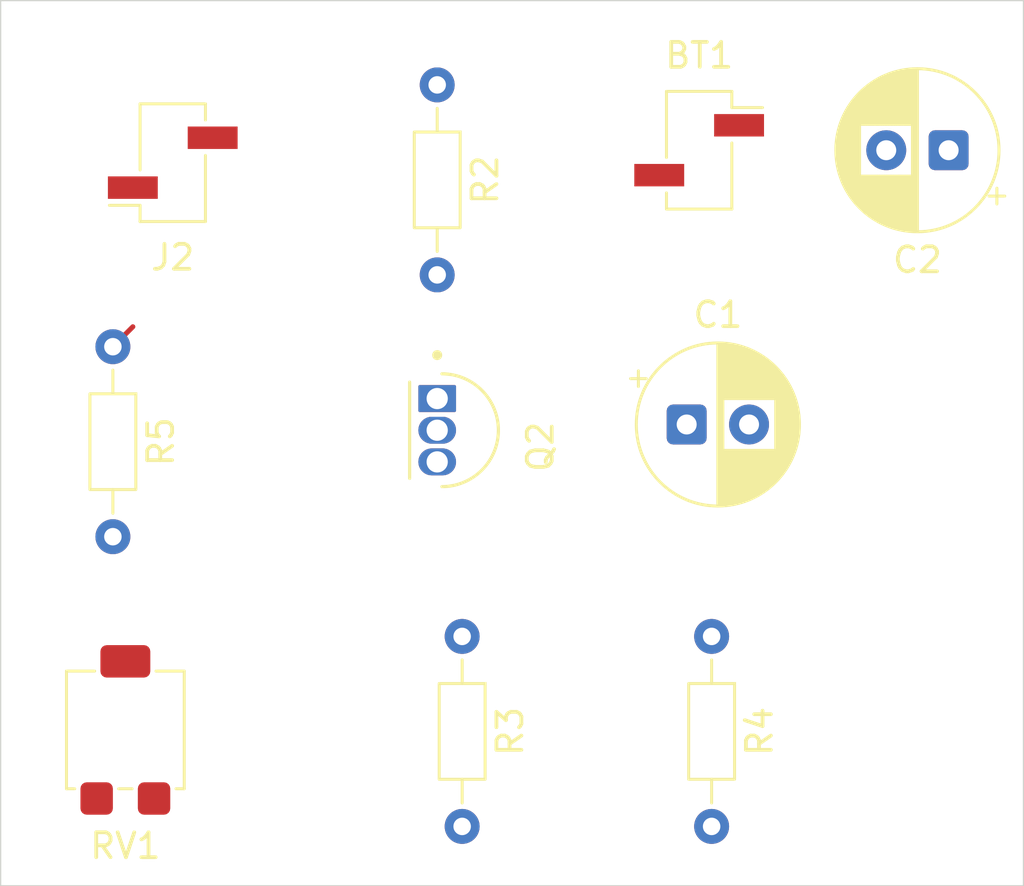
<source format=kicad_pcb>
(kicad_pcb (version 20241229) (generator "pcbnew") (generator_version "9.0")
  (layers (0 "F.Cu" signal) (2 "B.Cu" signal) (13 "F.Paste" user) (15 "B.Paste" user) (5 "F.SilkS" user "F.Silkscreen") (7 "B.SilkS" user "B.Silkscreen") (1 "F.Mask" user) (3 "B.Mask" user) (25 "Edge.Cuts" user))
  (net 0 "")
  (net 1 "Net-(C1-Pad2)")
  (net 2 "Net-(C1-Pad1)")
  (net 3 "Net-(BT1-+)")
  (net 4 "GND")
  (net 5 "Net-(J2-Pin_1)")
  (net 6 "Net-(Q2-Pad3)")
  (net 7 "Net-(R5-Pad2)")
  (footprint "Connector_PinSocket_2.00mm:PinSocket_1x02_P2.00mm_Vertical_SMD_Pin1Right" (layer "F.Cu") (at 119.5 42.5)
    (property "Reference" "BT1" (at 0 -3.8 0) (layer "F.SilkS"))
    (property "Value" "Battery_Cell")
    (fp_line (start -1.31 -2.36) (end -1.31 0.29) (stroke (width 0.12)) (layer "F.SilkS"))
    (fp_line (start -1.31 -2.36) (end 1.31 -2.36) (stroke (width 0.12)) (layer "F.SilkS"))
    (fp_line (start -1.31 1.71) (end -1.31 2.36) (stroke (width 0.12)) (layer "F.SilkS"))
    (fp_line (start -1.31 2.36) (end 1.31 2.36) (stroke (width 0.12)) (layer "F.SilkS"))
    (fp_line (start 1.31 -2.36) (end 1.31 -1.71) (stroke (width 0.12)) (layer "F.SilkS"))
    (fp_line (start 1.31 -1.71) (end 2.54 -1.71) (stroke (width 0.12)) (layer "F.SilkS"))
    (fp_line (start 1.31 -0.29) (end 1.31 2.36) (stroke (width 0.12)) (layer "F.SilkS"))
    (pad "1" smd rect (at 1.6 -1) (size 2 0.9) (layers "F.Cu" "F.Mask" "F.Paste") (net 3 "Net-(BT1-+)"))
    (pad "2" smd rect (at -1.6 1) (size 2 0.9) (layers "F.Cu" "F.Mask" "F.Paste") (net 4 "GND"))
  )
  (footprint "Connector_PinSocket_2.00mm:PinSocket_1x02_P2.00mm_Vertical_SMD_Pin1Right" (layer "F.Cu") (at 98.4 43 180)
    (property "Reference" "J2" (at 0 -3.8 0) (layer "F.SilkS"))
    (property "Value" "Conn_01x02_Pin")
    (fp_line (start 1.31 -0.29) (end 1.31 2.36) (stroke (width 0.12)) (layer "F.SilkS"))
    (fp_line (start 1.31 -1.71) (end 2.54 -1.71) (stroke (width 0.12)) (layer "F.SilkS"))
    (fp_line (start 1.31 -2.36) (end 1.31 -1.71) (stroke (width 0.12)) (layer "F.SilkS"))
    (fp_line (start -1.31 2.36) (end 1.31 2.36) (stroke (width 0.12)) (layer "F.SilkS"))
    (fp_line (start -1.31 1.71) (end -1.31 2.36) (stroke (width 0.12)) (layer "F.SilkS"))
    (fp_line (start -1.31 -2.36) (end 1.31 -2.36) (stroke (width 0.12)) (layer "F.SilkS"))
    (fp_line (start -1.31 -2.36) (end -1.31 0.29) (stroke (width 0.12)) (layer "F.SilkS"))
    (pad "1" smd rect (at 1.6 -1 180) (size 2 0.9) (layers "F.Cu" "F.Mask" "F.Paste") (net 5 "Net-(J2-Pin_1)"))
    (pad "2" smd rect (at -1.6 1 180) (size 2 0.9) (layers "F.Cu" "F.Mask" "F.Paste") (net 4 "GND"))
  )
  (footprint "Resistor_THT:R_Axial_DIN0204_L3.6mm_D1.6mm_P7.62mm_Horizontal" (layer "F.Cu") (at 109 39.88 -90)
    (property "Reference" "R2" (at 3.81 -1.92 270) (layer "F.SilkS"))
    (property "Value" "1.5k")
    (fp_line (start 0.94 0) (end 1.89 0) (stroke (width 0.12)) (layer "F.SilkS"))
    (fp_line (start 6.68 0) (end 5.73 0) (stroke (width 0.12)) (layer "F.SilkS"))
    (fp_rect (start 1.89 -0.92) (end 5.73 0.92) (stroke (width 0.12)) (fill no) (layer "F.SilkS"))
    (pad "1" thru_hole circle (at 0 0 270) (size 1.4 1.4) (drill 0.7) (layers "*.Cu" "*.Mask") (net 3 "Net-(BT1-+)"))
    (pad "2" thru_hole circle (at 7.62 0 270) (size 1.4 1.4) (drill 0.7) (layers "*.Cu" "*.Mask") (net 2 "Net-(C1-Pad1)"))
  )
  (footprint "Potentiometer_SMD:Potentiometer_Bourns_3314G_Vertical" (layer "F.Cu") (at 96.5 65.75 180)
    (property "Reference" "RV1" (at 0 -4.65 0) (layer "F.SilkS"))
    (property "Value" "R_Pot 3M")
    (fp_line (start 2.36 -2.36) (end 2.36 2.36) (stroke (width 0.12)) (layer "F.SilkS"))
    (fp_line (start 2.03 -2.36) (end 2.36 -2.36) (stroke (width 0.12)) (layer "F.SilkS"))
    (fp_line (start 1.23 2.36) (end 2.36 2.36) (stroke (width 0.12)) (layer "F.SilkS"))
    (fp_line (start -0.27 -2.36) (end 0.27 -2.36) (stroke (width 0.12)) (layer "F.SilkS"))
    (fp_line (start -2.36 2.36) (end -1.23 2.36) (stroke (width 0.12)) (layer "F.SilkS"))
    (fp_line (start -2.36 -2.36) (end -2.03 -2.36) (stroke (width 0.12)) (layer "F.SilkS"))
    (fp_line (start -2.36 -2.36) (end -2.36 2.36) (stroke (width 0.12)) (layer "F.SilkS"))
    (pad "1" smd roundrect (at 1.15 -2.75 180) (size 1.3 1.3) (layers "F.Cu" "F.Mask" "F.Paste") (roundrect_rratio 0.192308))
    (pad "2" smd roundrect (at 0 2.75 180) (size 2 1.3) (layers "F.Cu" "F.Mask" "F.Paste") (roundrect_rratio 0.192308) (net 7 "Net-(R5-Pad2)"))
    (pad "3" smd roundrect (at -1.15 -2.75 180) (size 1.3 1.3) (layers "F.Cu" "F.Mask" "F.Paste") (roundrect_rratio 0.192308) (net 4 "GND"))
  )
  (footprint "Resistor_THT:R_Axial_DIN0204_L3.6mm_D1.6mm_P7.62mm_Horizontal" (layer "F.Cu") (at 96 50.38 -90)
    (property "Reference" "R5" (at 3.81 -1.92 270) (layer "F.SilkS"))
    (property "Value" "100K")
    (fp_line (start 0.94 0) (end 1.89 0) (stroke (width 0.12)) (layer "F.SilkS"))
    (fp_line (start 6.68 0) (end 5.73 0) (stroke (width 0.12)) (layer "F.SilkS"))
    (fp_rect (start 1.89 -0.92) (end 5.73 0.92) (stroke (width 0.12)) (fill no) (layer "F.SilkS"))
    (pad "1" thru_hole circle (at 0 0 270) (size 1.4 1.4) (drill 0.7) (layers "*.Cu" "*.Mask") (net 5 "Net-(J2-Pin_1)"))
    (pad "2" thru_hole circle (at 7.62 0 270) (size 1.4 1.4) (drill 0.7) (layers "*.Cu" "*.Mask") (net 7 "Net-(R5-Pad2)"))
  )
  (footprint "Resistor_THT:R_Axial_DIN0204_L3.6mm_D1.6mm_P7.62mm_Horizontal" (layer "F.Cu") (at 120 62 -90)
    (property "Reference" "R4" (at 3.81 -1.92 270) (layer "F.SilkS"))
    (property "Value" "220k")
    (fp_line (start 0.94 0) (end 1.89 0) (stroke (width 0.12)) (layer "F.SilkS"))
    (fp_line (start 6.68 0) (end 5.73 0) (stroke (width 0.12)) (layer "F.SilkS"))
    (fp_rect (start 1.89 -0.92) (end 5.73 0.92) (stroke (width 0.12)) (fill no) (layer "F.SilkS"))
    (pad "1" thru_hole circle (at 0 0 270) (size 1.4 1.4) (drill 0.7) (layers "*.Cu" "*.Mask") (net 1 "Net-(C1-Pad2)"))
    (pad "2" thru_hole circle (at 7.62 0 270) (size 1.4 1.4) (drill 0.7) (layers "*.Cu" "*.Mask") (net 4 "GND"))
  )
  (footprint "Capacitor_THT:CP_Radial_D6.3mm_P2.50mm" (layer "F.Cu") (at 119 53.5)
    (property "Reference" "C1" (at 1.25 -4.4 0) (layer "F.SilkS"))
    (property "Value" "4.7uf")
    (fp_line (start -2.250241 -1.839) (end -1.620241 -1.839) (stroke (width 0.12)) (layer "F.SilkS"))
    (fp_line (start -1.935241 -2.154) (end -1.935241 -1.524) (stroke (width 0.12)) (layer "F.SilkS"))
    (fp_line (start 1.25 -3.23) (end 1.25 3.23) (stroke (width 0.12)) (layer "F.SilkS"))
    (fp_line (start 1.29 -3.23) (end 1.29 3.23) (stroke (width 0.12)) (layer "F.SilkS"))
    (fp_line (start 1.33 -3.229) (end 1.33 3.229) (stroke (width 0.12)) (layer "F.SilkS"))
    (fp_line (start 1.37 -3.228) (end 1.37 3.228) (stroke (width 0.12)) (layer "F.SilkS"))
    (fp_line (start 1.41 -3.226) (end 1.41 3.226) (stroke (width 0.12)) (layer "F.SilkS"))
    (fp_line (start 1.45 -3.224) (end 1.45 3.224) (stroke (width 0.12)) (layer "F.SilkS"))
    (fp_line (start 1.49 -3.221) (end 1.49 -1.04) (stroke (width 0.12)) (layer "F.SilkS"))
    (fp_line (start 1.49 1.04) (end 1.49 3.221) (stroke (width 0.12)) (layer "F.SilkS"))
    (fp_line (start 1.53 -3.218) (end 1.53 -1.04) (stroke (width 0.12)) (layer "F.SilkS"))
    (fp_line (start 1.53 1.04) (end 1.53 3.218) (stroke (width 0.12)) (layer "F.SilkS"))
    (fp_line (start 1.57 -3.214) (end 1.57 -1.04) (stroke (width 0.12)) (layer "F.SilkS"))
    (fp_line (start 1.57 1.04) (end 1.57 3.214) (stroke (width 0.12)) (layer "F.SilkS"))
    (fp_line (start 1.61 -3.21) (end 1.61 -1.04) (stroke (width 0.12)) (layer "F.SilkS"))
    (fp_line (start 1.61 1.04) (end 1.61 3.21) (stroke (width 0.12)) (layer "F.SilkS"))
    (fp_line (start 1.65 -3.205) (end 1.65 -1.04) (stroke (width 0.12)) (layer "F.SilkS"))
    (fp_line (start 1.65 1.04) (end 1.65 3.205) (stroke (width 0.12)) (layer "F.SilkS"))
    (fp_line (start 1.69 -3.2) (end 1.69 -1.04) (stroke (width 0.12)) (layer "F.SilkS"))
    (fp_line (start 1.69 1.04) (end 1.69 3.2) (stroke (width 0.12)) (layer "F.SilkS"))
    (fp_line (start 1.73 -3.195) (end 1.73 -1.04) (stroke (width 0.12)) (layer "F.SilkS"))
    (fp_line (start 1.73 1.04) (end 1.73 3.195) (stroke (width 0.12)) (layer "F.SilkS"))
    (fp_line (start 1.77 -3.188) (end 1.77 -1.04) (stroke (width 0.12)) (layer "F.SilkS"))
    (fp_line (start 1.77 1.04) (end 1.77 3.188) (stroke (width 0.12)) (layer "F.SilkS"))
    (fp_line (start 1.81 -3.182) (end 1.81 -1.04) (stroke (width 0.12)) (layer "F.SilkS"))
    (fp_line (start 1.81 1.04) (end 1.81 3.182) (stroke (width 0.12)) (layer "F.SilkS"))
    (fp_line (start 1.85 -3.174) (end 1.85 -1.04) (stroke (width 0.12)) (layer "F.SilkS"))
    (fp_line (start 1.85 1.04) (end 1.85 3.174) (stroke (width 0.12)) (layer "F.SilkS"))
    (fp_line (start 1.89 -3.167) (end 1.89 -1.04) (stroke (width 0.12)) (layer "F.SilkS"))
    (fp_line (start 1.89 1.04) (end 1.89 3.167) (stroke (width 0.12)) (layer "F.SilkS"))
    (fp_line (start 1.93 -3.159) (end 1.93 -1.04) (stroke (width 0.12)) (layer "F.SilkS"))
    (fp_line (start 1.93 1.04) (end 1.93 3.159) (stroke (width 0.12)) (layer "F.SilkS"))
    (fp_line (start 1.97 -3.15) (end 1.97 -1.04) (stroke (width 0.12)) (layer "F.SilkS"))
    (fp_line (start 1.97 1.04) (end 1.97 3.15) (stroke (width 0.12)) (layer "F.SilkS"))
    (fp_line (start 2.01 -3.14) (end 2.01 -1.04) (stroke (width 0.12)) (layer "F.SilkS"))
    (fp_line (start 2.01 1.04) (end 2.01 3.14) (stroke (width 0.12)) (layer "F.SilkS"))
    (fp_line (start 2.05 -3.131) (end 2.05 -1.04) (stroke (width 0.12)) (layer "F.SilkS"))
    (fp_line (start 2.05 1.04) (end 2.05 3.131) (stroke (width 0.12)) (layer "F.SilkS"))
    (fp_line (start 2.09 -3.12) (end 2.09 -1.04) (stroke (width 0.12)) (layer "F.SilkS"))
    (fp_line (start 2.09 1.04) (end 2.09 3.12) (stroke (width 0.12)) (layer "F.SilkS"))
    (fp_line (start 2.13 -3.109) (end 2.13 -1.04) (stroke (width 0.12)) (layer "F.SilkS"))
    (fp_line (start 2.13 1.04) (end 2.13 3.109) (stroke (width 0.12)) (layer "F.SilkS"))
    (fp_line (start 2.17 -3.098) (end 2.17 -1.04) (stroke (width 0.12)) (layer "F.SilkS"))
    (fp_line (start 2.17 1.04) (end 2.17 3.098) (stroke (width 0.12)) (layer "F.SilkS"))
    (fp_line (start 2.21 -3.086) (end 2.21 -1.04) (stroke (width 0.12)) (layer "F.SilkS"))
    (fp_line (start 2.21 1.04) (end 2.21 3.086) (stroke (width 0.12)) (layer "F.SilkS"))
    (fp_line (start 2.25 -3.073) (end 2.25 -1.04) (stroke (width 0.12)) (layer "F.SilkS"))
    (fp_line (start 2.25 1.04) (end 2.25 3.073) (stroke (width 0.12)) (layer "F.SilkS"))
    (fp_line (start 2.29 -3.06) (end 2.29 -1.04) (stroke (width 0.12)) (layer "F.SilkS"))
    (fp_line (start 2.29 1.04) (end 2.29 3.06) (stroke (width 0.12)) (layer "F.SilkS"))
    (fp_line (start 2.33 -3.047) (end 2.33 -1.04) (stroke (width 0.12)) (layer "F.SilkS"))
    (fp_line (start 2.33 1.04) (end 2.33 3.047) (stroke (width 0.12)) (layer "F.SilkS"))
    (fp_line (start 2.37 -3.032) (end 2.37 -1.04) (stroke (width 0.12)) (layer "F.SilkS"))
    (fp_line (start 2.37 1.04) (end 2.37 3.032) (stroke (width 0.12)) (layer "F.SilkS"))
    (fp_line (start 2.41 -3.017) (end 2.41 -1.04) (stroke (width 0.12)) (layer "F.SilkS"))
    (fp_line (start 2.41 1.04) (end 2.41 3.017) (stroke (width 0.12)) (layer "F.SilkS"))
    (fp_line (start 2.45 -3.002) (end 2.45 -1.04) (stroke (width 0.12)) (layer "F.SilkS"))
    (fp_line (start 2.45 1.04) (end 2.45 3.002) (stroke (width 0.12)) (layer "F.SilkS"))
    (fp_line (start 2.49 -2.986) (end 2.49 -1.04) (stroke (width 0.12)) (layer "F.SilkS"))
    (fp_line (start 2.49 1.04) (end 2.49 2.986) (stroke (width 0.12)) (layer "F.SilkS"))
    (fp_line (start 2.53 -2.969) (end 2.53 -1.04) (stroke (width 0.12)) (layer "F.SilkS"))
    (fp_line (start 2.53 1.04) (end 2.53 2.969) (stroke (width 0.12)) (layer "F.SilkS"))
    (fp_line (start 2.57 -2.952) (end 2.57 -1.04) (stroke (width 0.12)) (layer "F.SilkS"))
    (fp_line (start 2.57 1.04) (end 2.57 2.952) (stroke (width 0.12)) (layer "F.SilkS"))
    (fp_line (start 2.61 -2.934) (end 2.61 -1.04) (stroke (width 0.12)) (layer "F.SilkS"))
    (fp_line (start 2.61 1.04) (end 2.61 2.934) (stroke (width 0.12)) (layer "F.SilkS"))
    (fp_line (start 2.65 -2.915) (end 2.65 -1.04) (stroke (width 0.12)) (layer "F.SilkS"))
    (fp_line (start 2.65 1.04) (end 2.65 2.915) (stroke (width 0.12)) (layer "F.SilkS"))
    (fp_line (start 2.69 -2.896) (end 2.69 -1.04) (stroke (width 0.12)) (layer "F.SilkS"))
    (fp_line (start 2.69 1.04) (end 2.69 2.896) (stroke (width 0.12)) (layer "F.SilkS"))
    (fp_line (start 2.73 -2.876) (end 2.73 -1.04) (stroke (width 0.12)) (layer "F.SilkS"))
    (fp_line (start 2.73 1.04) (end 2.73 2.876) (stroke (width 0.12)) (layer "F.SilkS"))
    (fp_line (start 2.77 -2.855) (end 2.77 -1.04) (stroke (width 0.12)) (layer "F.SilkS"))
    (fp_line (start 2.77 1.04) (end 2.77 2.855) (stroke (width 0.12)) (layer "F.SilkS"))
    (fp_line (start 2.81 -2.834) (end 2.81 -1.04) (stroke (width 0.12)) (layer "F.SilkS"))
    (fp_line (start 2.81 1.04) (end 2.81 2.834) (stroke (width 0.12)) (layer "F.SilkS"))
    (fp_line (start 2.85 -2.812) (end 2.85 -1.04) (stroke (width 0.12)) (layer "F.SilkS"))
    (fp_line (start 2.85 1.04) (end 2.85 2.812) (stroke (width 0.12)) (layer "F.SilkS"))
    (fp_line (start 2.89 -2.789) (end 2.89 -1.04) (stroke (width 0.12)) (layer "F.SilkS"))
    (fp_line (start 2.89 1.04) (end 2.89 2.789) (stroke (width 0.12)) (layer "F.SilkS"))
    (fp_line (start 2.93 -2.765) (end 2.93 -1.04) (stroke (width 0.12)) (layer "F.SilkS"))
    (fp_line (start 2.93 1.04) (end 2.93 2.765) (stroke (width 0.12)) (layer "F.SilkS"))
    (fp_line (start 2.97 -2.741) (end 2.97 -1.04) (stroke (width 0.12)) (layer "F.SilkS"))
    (fp_line (start 2.97 1.04) (end 2.97 2.741) (stroke (width 0.12)) (layer "F.SilkS"))
    (fp_line (start 3.01 -2.716) (end 3.01 -1.04) (stroke (width 0.12)) (layer "F.SilkS"))
    (fp_line (start 3.01 1.04) (end 3.01 2.716) (stroke (width 0.12)) (layer "F.SilkS"))
    (fp_line (start 3.05 -2.69) (end 3.05 -1.04) (stroke (width 0.12)) (layer "F.SilkS"))
    (fp_line (start 3.05 1.04) (end 3.05 2.69) (stroke (width 0.12)) (layer "F.SilkS"))
    (fp_line (start 3.09 -2.663) (end 3.09 -1.04) (stroke (width 0.12)) (layer "F.SilkS"))
    (fp_line (start 3.09 1.04) (end 3.09 2.663) (stroke (width 0.12)) (layer "F.SilkS"))
    (fp_line (start 3.13 -2.636) (end 3.13 -1.04) (stroke (width 0.12)) (layer "F.SilkS"))
    (fp_line (start 3.13 1.04) (end 3.13 2.636) (stroke (width 0.12)) (layer "F.SilkS"))
    (fp_line (start 3.17 -2.607) (end 3.17 -1.04) (stroke (width 0.12)) (layer "F.SilkS"))
    (fp_line (start 3.17 1.04) (end 3.17 2.607) (stroke (width 0.12)) (layer "F.SilkS"))
    (fp_line (start 3.21 -2.577) (end 3.21 -1.04) (stroke (width 0.12)) (layer "F.SilkS"))
    (fp_line (start 3.21 1.04) (end 3.21 2.577) (stroke (width 0.12)) (layer "F.SilkS"))
    (fp_line (start 3.25 -2.547) (end 3.25 -1.04) (stroke (width 0.12)) (layer "F.SilkS"))
    (fp_line (start 3.25 1.04) (end 3.25 2.547) (stroke (width 0.12)) (layer "F.SilkS"))
    (fp_line (start 3.29 -2.516) (end 3.29 -1.04) (stroke (width 0.12)) (layer "F.SilkS"))
    (fp_line (start 3.29 1.04) (end 3.29 2.516) (stroke (width 0.12)) (layer "F.SilkS"))
    (fp_line (start 3.33 -2.483) (end 3.33 -1.04) (stroke (width 0.12)) (layer "F.SilkS"))
    (fp_line (start 3.33 1.04) (end 3.33 2.483) (stroke (width 0.12)) (layer "F.SilkS"))
    (fp_line (start 3.37 -2.45) (end 3.37 -1.04) (stroke (width 0.12)) (layer "F.SilkS"))
    (fp_line (start 3.37 1.04) (end 3.37 2.45) (stroke (width 0.12)) (layer "F.SilkS"))
    (fp_line (start 3.41 -2.415) (end 3.41 -1.04) (stroke (width 0.12)) (layer "F.SilkS"))
    (fp_line (start 3.41 1.04) (end 3.41 2.415) (stroke (width 0.12)) (layer "F.SilkS"))
    (fp_line (start 3.45 -2.379) (end 3.45 -1.04) (stroke (width 0.12)) (layer "F.SilkS"))
    (fp_line (start 3.45 1.04) (end 3.45 2.379) (stroke (width 0.12)) (layer "F.SilkS"))
    (fp_line (start 3.49 -2.342) (end 3.49 -1.04) (stroke (width 0.12)) (layer "F.SilkS"))
    (fp_line (start 3.49 1.04) (end 3.49 2.342) (stroke (width 0.12)) (layer "F.SilkS"))
    (fp_line (start 3.53 -2.304) (end 3.53 -1.04) (stroke (width 0.12)) (layer "F.SilkS"))
    (fp_line (start 3.53 1.04) (end 3.53 2.304) (stroke (width 0.12)) (layer "F.SilkS"))
    (fp_line (start 3.57 -2.264) (end 3.57 2.264) (stroke (width 0.12)) (layer "F.SilkS"))
    (fp_line (start 3.61 -2.223) (end 3.61 2.223) (stroke (width 0.12)) (layer "F.SilkS"))
    (fp_line (start 3.65 -2.181) (end 3.65 2.181) (stroke (width 0.12)) (layer "F.SilkS"))
    (fp_line (start 3.69 -2.137) (end 3.69 2.137) (stroke (width 0.12)) (layer "F.SilkS"))
    (fp_line (start 3.73 -2.091) (end 3.73 2.091) (stroke (width 0.12)) (layer "F.SilkS"))
    (fp_line (start 3.77 -2.044) (end 3.77 2.044) (stroke (width 0.12)) (layer "F.SilkS"))
    (fp_line (start 3.81 -1.995) (end 3.81 1.995) (stroke (width 0.12)) (layer "F.SilkS"))
    (fp_line (start 3.85 -1.943) (end 3.85 1.943) (stroke (width 0.12)) (layer "F.SilkS"))
    (fp_line (start 3.89 -1.89) (end 3.89 1.89) (stroke (width 0.12)) (layer "F.SilkS"))
    (fp_line (start 3.93 -1.834) (end 3.93 1.834) (stroke (width 0.12)) (layer "F.SilkS"))
    (fp_line (start 3.97 -1.775) (end 3.97 1.775) (stroke (width 0.12)) (layer "F.SilkS"))
    (fp_line (start 4.01 -1.714) (end 4.01 1.714) (stroke (width 0.12)) (layer "F.SilkS"))
    (fp_line (start 4.05 -1.649) (end 4.05 1.649) (stroke (width 0.12)) (layer "F.SilkS"))
    (fp_line (start 4.09 -1.581) (end 4.09 1.581) (stroke (width 0.12)) (layer "F.SilkS"))
    (fp_line (start 4.13 -1.509) (end 4.13 1.509) (stroke (width 0.12)) (layer "F.SilkS"))
    (fp_line (start 4.17 -1.432) (end 4.17 1.432) (stroke (width 0.12)) (layer "F.SilkS"))
    (fp_line (start 4.21 -1.35) (end 4.21 1.35) (stroke (width 0.12)) (layer "F.SilkS"))
    (fp_line (start 4.25 -1.261) (end 4.25 1.261) (stroke (width 0.12)) (layer "F.SilkS"))
    (fp_line (start 4.29 -1.165) (end 4.29 1.165) (stroke (width 0.12)) (layer "F.SilkS"))
    (fp_line (start 4.33 -1.058) (end 4.33 1.058) (stroke (width 0.12)) (layer "F.SilkS"))
    (fp_line (start 4.37 -0.939) (end 4.37 0.939) (stroke (width 0.12)) (layer "F.SilkS"))
    (fp_line (start 4.41 -0.801) (end 4.41 0.801) (stroke (width 0.12)) (layer "F.SilkS"))
    (fp_line (start 4.45 -0.633) (end 4.45 0.633) (stroke (width 0.12)) (layer "F.SilkS"))
    (fp_line (start 4.49 -0.402) (end 4.49 0.402) (stroke (width 0.12)) (layer "F.SilkS"))
    (fp_circle (center 1.25 0) (end 4.52 0) (stroke (width 0.12)) (fill no) (layer "F.SilkS"))
    (pad "1" thru_hole roundrect (at 0 0) (size 1.6 1.6) (drill 0.8) (layers "*.Cu" "*.Mask") (roundrect_rratio 0.15625) (net 2 "Net-(C1-Pad1)"))
    (pad "2" thru_hole circle (at 2.5 0) (size 1.6 1.6) (drill 0.8) (layers "*.Cu" "*.Mask") (net 1 "Net-(C1-Pad2)"))
  )
  (footprint "Resistor_THT:R_Axial_DIN0204_L3.6mm_D1.6mm_P7.62mm_Horizontal" (layer "F.Cu") (at 110 62 -90)
    (property "Reference" "R3" (at 3.81 -1.92 270) (layer "F.SilkS"))
    (property "Value" "560")
    (fp_line (start 0.94 0) (end 1.89 0) (stroke (width 0.12)) (layer "F.SilkS"))
    (fp_line (start 6.68 0) (end 5.73 0) (stroke (width 0.12)) (layer "F.SilkS"))
    (fp_rect (start 1.89 -0.92) (end 5.73 0.92) (stroke (width 0.12)) (fill no) (layer "F.SilkS"))
    (pad "1" thru_hole circle (at 0 0 270) (size 1.4 1.4) (drill 0.7) (layers "*.Cu" "*.Mask") (net 6 "Net-(Q2-Pad3)"))
    (pad "2" thru_hole circle (at 7.62 0 270) (size 1.4 1.4) (drill 0.7) (layers "*.Cu" "*.Mask") (net 4 "GND"))
  )
  (footprint "Capacitor_THT:CP_Radial_D6.3mm_P2.50mm" (layer "F.Cu") (at 129.5 42.5 180)
    (property "Reference" "C2" (at 1.25 -4.4 0) (layer "F.SilkS"))
    (property "Value" "4.7uf")
    (fp_line (start 4.49 -0.402) (end 4.49 0.402) (stroke (width 0.12)) (layer "F.SilkS"))
    (fp_line (start 4.45 -0.633) (end 4.45 0.633) (stroke (width 0.12)) (layer "F.SilkS"))
    (fp_line (start 4.41 -0.801) (end 4.41 0.801) (stroke (width 0.12)) (layer "F.SilkS"))
    (fp_line (start 4.37 -0.939) (end 4.37 0.939) (stroke (width 0.12)) (layer "F.SilkS"))
    (fp_line (start 4.33 -1.058) (end 4.33 1.058) (stroke (width 0.12)) (layer "F.SilkS"))
    (fp_line (start 4.29 -1.165) (end 4.29 1.165) (stroke (width 0.12)) (layer "F.SilkS"))
    (fp_line (start 4.25 -1.261) (end 4.25 1.261) (stroke (width 0.12)) (layer "F.SilkS"))
    (fp_line (start 4.21 -1.35) (end 4.21 1.35) (stroke (width 0.12)) (layer "F.SilkS"))
    (fp_line (start 4.17 -1.432) (end 4.17 1.432) (stroke (width 0.12)) (layer "F.SilkS"))
    (fp_line (start 4.13 -1.509) (end 4.13 1.509) (stroke (width 0.12)) (layer "F.SilkS"))
    (fp_line (start 4.09 -1.581) (end 4.09 1.581) (stroke (width 0.12)) (layer "F.SilkS"))
    (fp_line (start 4.05 -1.649) (end 4.05 1.649) (stroke (width 0.12)) (layer "F.SilkS"))
    (fp_line (start 4.01 -1.714) (end 4.01 1.714) (stroke (width 0.12)) (layer "F.SilkS"))
    (fp_line (start 3.97 -1.775) (end 3.97 1.775) (stroke (width 0.12)) (layer "F.SilkS"))
    (fp_line (start 3.93 -1.834) (end 3.93 1.834) (stroke (width 0.12)) (layer "F.SilkS"))
    (fp_line (start 3.89 -1.89) (end 3.89 1.89) (stroke (width 0.12)) (layer "F.SilkS"))
    (fp_line (start 3.85 -1.943) (end 3.85 1.943) (stroke (width 0.12)) (layer "F.SilkS"))
    (fp_line (start 3.81 -1.995) (end 3.81 1.995) (stroke (width 0.12)) (layer "F.SilkS"))
    (fp_line (start 3.77 -2.044) (end 3.77 2.044) (stroke (width 0.12)) (layer "F.SilkS"))
    (fp_line (start 3.73 -2.091) (end 3.73 2.091) (stroke (width 0.12)) (layer "F.SilkS"))
    (fp_line (start 3.69 -2.137) (end 3.69 2.137) (stroke (width 0.12)) (layer "F.SilkS"))
    (fp_line (start 3.65 -2.181) (end 3.65 2.181) (stroke (width 0.12)) (layer "F.SilkS"))
    (fp_line (start 3.61 -2.223) (end 3.61 2.223) (stroke (width 0.12)) (layer "F.SilkS"))
    (fp_line (start 3.57 -2.264) (end 3.57 2.264) (stroke (width 0.12)) (layer "F.SilkS"))
    (fp_line (start 3.53 1.04) (end 3.53 2.304) (stroke (width 0.12)) (layer "F.SilkS"))
    (fp_line (start 3.53 -2.304) (end 3.53 -1.04) (stroke (width 0.12)) (layer "F.SilkS"))
    (fp_line (start 3.49 1.04) (end 3.49 2.342) (stroke (width 0.12)) (layer "F.SilkS"))
    (fp_line (start 3.49 -2.342) (end 3.49 -1.04) (stroke (width 0.12)) (layer "F.SilkS"))
    (fp_line (start 3.45 1.04) (end 3.45 2.379) (stroke (width 0.12)) (layer "F.SilkS"))
    (fp_line (start 3.45 -2.379) (end 3.45 -1.04) (stroke (width 0.12)) (layer "F.SilkS"))
    (fp_line (start 3.41 1.04) (end 3.41 2.415) (stroke (width 0.12)) (layer "F.SilkS"))
    (fp_line (start 3.41 -2.415) (end 3.41 -1.04) (stroke (width 0.12)) (layer "F.SilkS"))
    (fp_line (start 3.37 1.04) (end 3.37 2.45) (stroke (width 0.12)) (layer "F.SilkS"))
    (fp_line (start 3.37 -2.45) (end 3.37 -1.04) (stroke (width 0.12)) (layer "F.SilkS"))
    (fp_line (start 3.33 1.04) (end 3.33 2.483) (stroke (width 0.12)) (layer "F.SilkS"))
    (fp_line (start 3.33 -2.483) (end 3.33 -1.04) (stroke (width 0.12)) (layer "F.SilkS"))
    (fp_line (start 3.29 1.04) (end 3.29 2.516) (stroke (width 0.12)) (layer "F.SilkS"))
    (fp_line (start 3.29 -2.516) (end 3.29 -1.04) (stroke (width 0.12)) (layer "F.SilkS"))
    (fp_line (start 3.25 1.04) (end 3.25 2.547) (stroke (width 0.12)) (layer "F.SilkS"))
    (fp_line (start 3.25 -2.547) (end 3.25 -1.04) (stroke (width 0.12)) (layer "F.SilkS"))
    (fp_line (start 3.21 1.04) (end 3.21 2.577) (stroke (width 0.12)) (layer "F.SilkS"))
    (fp_line (start 3.21 -2.577) (end 3.21 -1.04) (stroke (width 0.12)) (layer "F.SilkS"))
    (fp_line (start 3.17 1.04) (end 3.17 2.607) (stroke (width 0.12)) (layer "F.SilkS"))
    (fp_line (start 3.17 -2.607) (end 3.17 -1.04) (stroke (width 0.12)) (layer "F.SilkS"))
    (fp_line (start 3.13 1.04) (end 3.13 2.636) (stroke (width 0.12)) (layer "F.SilkS"))
    (fp_line (start 3.13 -2.636) (end 3.13 -1.04) (stroke (width 0.12)) (layer "F.SilkS"))
    (fp_line (start 3.09 1.04) (end 3.09 2.663) (stroke (width 0.12)) (layer "F.SilkS"))
    (fp_line (start 3.09 -2.663) (end 3.09 -1.04) (stroke (width 0.12)) (layer "F.SilkS"))
    (fp_line (start 3.05 1.04) (end 3.05 2.69) (stroke (width 0.12)) (layer "F.SilkS"))
    (fp_line (start 3.05 -2.69) (end 3.05 -1.04) (stroke (width 0.12)) (layer "F.SilkS"))
    (fp_line (start 3.01 1.04) (end 3.01 2.716) (stroke (width 0.12)) (layer "F.SilkS"))
    (fp_line (start 3.01 -2.716) (end 3.01 -1.04) (stroke (width 0.12)) (layer "F.SilkS"))
    (fp_line (start 2.97 1.04) (end 2.97 2.741) (stroke (width 0.12)) (layer "F.SilkS"))
    (fp_line (start 2.97 -2.741) (end 2.97 -1.04) (stroke (width 0.12)) (layer "F.SilkS"))
    (fp_line (start 2.93 1.04) (end 2.93 2.765) (stroke (width 0.12)) (layer "F.SilkS"))
    (fp_line (start 2.93 -2.765) (end 2.93 -1.04) (stroke (width 0.12)) (layer "F.SilkS"))
    (fp_line (start 2.89 1.04) (end 2.89 2.789) (stroke (width 0.12)) (layer "F.SilkS"))
    (fp_line (start 2.89 -2.789) (end 2.89 -1.04) (stroke (width 0.12)) (layer "F.SilkS"))
    (fp_line (start 2.85 1.04) (end 2.85 2.812) (stroke (width 0.12)) (layer "F.SilkS"))
    (fp_line (start 2.85 -2.812) (end 2.85 -1.04) (stroke (width 0.12)) (layer "F.SilkS"))
    (fp_line (start 2.81 1.04) (end 2.81 2.834) (stroke (width 0.12)) (layer "F.SilkS"))
    (fp_line (start 2.81 -2.834) (end 2.81 -1.04) (stroke (width 0.12)) (layer "F.SilkS"))
    (fp_line (start 2.77 1.04) (end 2.77 2.855) (stroke (width 0.12)) (layer "F.SilkS"))
    (fp_line (start 2.77 -2.855) (end 2.77 -1.04) (stroke (width 0.12)) (layer "F.SilkS"))
    (fp_line (start 2.73 1.04) (end 2.73 2.876) (stroke (width 0.12)) (layer "F.SilkS"))
    (fp_line (start 2.73 -2.876) (end 2.73 -1.04) (stroke (width 0.12)) (layer "F.SilkS"))
    (fp_line (start 2.69 1.04) (end 2.69 2.896) (stroke (width 0.12)) (layer "F.SilkS"))
    (fp_line (start 2.69 -2.896) (end 2.69 -1.04) (stroke (width 0.12)) (layer "F.SilkS"))
    (fp_line (start 2.65 1.04) (end 2.65 2.915) (stroke (width 0.12)) (layer "F.SilkS"))
    (fp_line (start 2.65 -2.915) (end 2.65 -1.04) (stroke (width 0.12)) (layer "F.SilkS"))
    (fp_line (start 2.61 1.04) (end 2.61 2.934) (stroke (width 0.12)) (layer "F.SilkS"))
    (fp_line (start 2.61 -2.934) (end 2.61 -1.04) (stroke (width 0.12)) (layer "F.SilkS"))
    (fp_line (start 2.57 1.04) (end 2.57 2.952) (stroke (width 0.12)) (layer "F.SilkS"))
    (fp_line (start 2.57 -2.952) (end 2.57 -1.04) (stroke (width 0.12)) (layer "F.SilkS"))
    (fp_line (start 2.53 1.04) (end 2.53 2.969) (stroke (width 0.12)) (layer "F.SilkS"))
    (fp_line (start 2.53 -2.969) (end 2.53 -1.04) (stroke (width 0.12)) (layer "F.SilkS"))
    (fp_line (start 2.49 1.04) (end 2.49 2.986) (stroke (width 0.12)) (layer "F.SilkS"))
    (fp_line (start 2.49 -2.986) (end 2.49 -1.04) (stroke (width 0.12)) (layer "F.SilkS"))
    (fp_line (start 2.45 1.04) (end 2.45 3.002) (stroke (width 0.12)) (layer "F.SilkS"))
    (fp_line (start 2.45 -3.002) (end 2.45 -1.04) (stroke (width 0.12)) (layer "F.SilkS"))
    (fp_line (start 2.41 1.04) (end 2.41 3.017) (stroke (width 0.12)) (layer "F.SilkS"))
    (fp_line (start 2.41 -3.017) (end 2.41 -1.04) (stroke (width 0.12)) (layer "F.SilkS"))
    (fp_line (start 2.37 1.04) (end 2.37 3.032) (stroke (width 0.12)) (layer "F.SilkS"))
    (fp_line (start 2.37 -3.032) (end 2.37 -1.04) (stroke (width 0.12)) (layer "F.SilkS"))
    (fp_line (start 2.33 1.04) (end 2.33 3.047) (stroke (width 0.12)) (layer "F.SilkS"))
    (fp_line (start 2.33 -3.047) (end 2.33 -1.04) (stroke (width 0.12)) (layer "F.SilkS"))
    (fp_line (start 2.29 1.04) (end 2.29 3.06) (stroke (width 0.12)) (layer "F.SilkS"))
    (fp_line (start 2.29 -3.06) (end 2.29 -1.04) (stroke (width 0.12)) (layer "F.SilkS"))
    (fp_line (start 2.25 1.04) (end 2.25 3.073) (stroke (width 0.12)) (layer "F.SilkS"))
    (fp_line (start 2.25 -3.073) (end 2.25 -1.04) (stroke (width 0.12)) (layer "F.SilkS"))
    (fp_line (start 2.21 1.04) (end 2.21 3.086) (stroke (width 0.12)) (layer "F.SilkS"))
    (fp_line (start 2.21 -3.086) (end 2.21 -1.04) (stroke (width 0.12)) (layer "F.SilkS"))
    (fp_line (start 2.17 1.04) (end 2.17 3.098) (stroke (width 0.12)) (layer "F.SilkS"))
    (fp_line (start 2.17 -3.098) (end 2.17 -1.04) (stroke (width 0.12)) (layer "F.SilkS"))
    (fp_line (start 2.13 1.04) (end 2.13 3.109) (stroke (width 0.12)) (layer "F.SilkS"))
    (fp_line (start 2.13 -3.109) (end 2.13 -1.04) (stroke (width 0.12)) (layer "F.SilkS"))
    (fp_line (start 2.09 1.04) (end 2.09 3.12) (stroke (width 0.12)) (layer "F.SilkS"))
    (fp_line (start 2.09 -3.12) (end 2.09 -1.04) (stroke (width 0.12)) (layer "F.SilkS"))
    (fp_line (start 2.05 1.04) (end 2.05 3.131) (stroke (width 0.12)) (layer "F.SilkS"))
    (fp_line (start 2.05 -3.131) (end 2.05 -1.04) (stroke (width 0.12)) (layer "F.SilkS"))
    (fp_line (start 2.01 1.04) (end 2.01 3.14) (stroke (width 0.12)) (layer "F.SilkS"))
    (fp_line (start 2.01 -3.14) (end 2.01 -1.04) (stroke (width 0.12)) (layer "F.SilkS"))
    (fp_line (start 1.97 1.04) (end 1.97 3.15) (stroke (width 0.12)) (layer "F.SilkS"))
    (fp_line (start 1.97 -3.15) (end 1.97 -1.04) (stroke (width 0.12)) (layer "F.SilkS"))
    (fp_line (start 1.93 1.04) (end 1.93 3.159) (stroke (width 0.12)) (layer "F.SilkS"))
    (fp_line (start 1.93 -3.159) (end 1.93 -1.04) (stroke (width 0.12)) (layer "F.SilkS"))
    (fp_line (start 1.89 1.04) (end 1.89 3.167) (stroke (width 0.12)) (layer "F.SilkS"))
    (fp_line (start 1.89 -3.167) (end 1.89 -1.04) (stroke (width 0.12)) (layer "F.SilkS"))
    (fp_line (start 1.85 1.04) (end 1.85 3.174) (stroke (width 0.12)) (layer "F.SilkS"))
    (fp_line (start 1.85 -3.174) (end 1.85 -1.04) (stroke (width 0.12)) (layer "F.SilkS"))
    (fp_line (start 1.81 1.04) (end 1.81 3.182) (stroke (width 0.12)) (layer "F.SilkS"))
    (fp_line (start 1.81 -3.182) (end 1.81 -1.04) (stroke (width 0.12)) (layer "F.SilkS"))
    (fp_line (start 1.77 1.04) (end 1.77 3.188) (stroke (width 0.12)) (layer "F.SilkS"))
    (fp_line (start 1.77 -3.188) (end 1.77 -1.04) (stroke (width 0.12)) (layer "F.SilkS"))
    (fp_line (start 1.73 1.04) (end 1.73 3.195) (stroke (width 0.12)) (layer "F.SilkS"))
    (fp_line (start 1.73 -3.195) (end 1.73 -1.04) (stroke (width 0.12)) (layer "F.SilkS"))
    (fp_line (start 1.69 1.04) (end 1.69 3.2) (stroke (width 0.12)) (layer "F.SilkS"))
    (fp_line (start 1.69 -3.2) (end 1.69 -1.04) (stroke (width 0.12)) (layer "F.SilkS"))
    (fp_line (start 1.65 1.04) (end 1.65 3.205) (stroke (width 0.12)) (layer "F.SilkS"))
    (fp_line (start 1.65 -3.205) (end 1.65 -1.04) (stroke (width 0.12)) (layer "F.SilkS"))
    (fp_line (start 1.61 1.04) (end 1.61 3.21) (stroke (width 0.12)) (layer "F.SilkS"))
    (fp_line (start 1.61 -3.21) (end 1.61 -1.04) (stroke (width 0.12)) (layer "F.SilkS"))
    (fp_line (start 1.57 1.04) (end 1.57 3.214) (stroke (width 0.12)) (layer "F.SilkS"))
    (fp_line (start 1.57 -3.214) (end 1.57 -1.04) (stroke (width 0.12)) (layer "F.SilkS"))
    (fp_line (start 1.53 1.04) (end 1.53 3.218) (stroke (width 0.12)) (layer "F.SilkS"))
    (fp_line (start 1.53 -3.218) (end 1.53 -1.04) (stroke (width 0.12)) (layer "F.SilkS"))
    (fp_line (start 1.49 1.04) (end 1.49 3.221) (stroke (width 0.12)) (layer "F.SilkS"))
    (fp_line (start 1.49 -3.221) (end 1.49 -1.04) (stroke (width 0.12)) (layer "F.SilkS"))
    (fp_line (start 1.45 -3.224) (end 1.45 3.224) (stroke (width 0.12)) (layer "F.SilkS"))
    (fp_line (start 1.41 -3.226) (end 1.41 3.226) (stroke (width 0.12)) (layer "F.SilkS"))
    (fp_line (start 1.37 -3.228) (end 1.37 3.228) (stroke (width 0.12)) (layer "F.SilkS"))
    (fp_line (start 1.33 -3.229) (end 1.33 3.229) (stroke (width 0.12)) (layer "F.SilkS"))
    (fp_line (start 1.29 -3.23) (end 1.29 3.23) (stroke (width 0.12)) (layer "F.SilkS"))
    (fp_line (start 1.25 -3.23) (end 1.25 3.23) (stroke (width 0.12)) (layer "F.SilkS"))
    (fp_line (start -1.935241 -2.154) (end -1.935241 -1.524) (stroke (width 0.12)) (layer "F.SilkS"))
    (fp_line (start -2.250241 -1.839) (end -1.620241 -1.839) (stroke (width 0.12)) (layer "F.SilkS"))
    (fp_circle (center 1.25 0) (end 4.52 0) (stroke (width 0.12)) (fill no) (layer "F.SilkS"))
    (pad "1" thru_hole roundrect (at 0 0 180) (size 1.6 1.6) (drill 0.8) (layers "*.Cu" "*.Mask") (roundrect_rratio 0.15625) (net 3 "Net-(BT1-+)"))
    (pad "2" thru_hole circle (at 2.5 0 180) (size 1.6 1.6) (drill 0.8) (layers "*.Cu" "*.Mask") (net 4 "GND"))
  )
  (footprint "JFET:JFET" (layer "F.Cu") (at 109 53.73 -90)
    (property "Reference" "Q2" (at 0.6625 -4.135 90) (layer "F.SilkS"))
    (property "Value" "2N3819")
    (fp_line (start 1.9325 1.105) (end -1.9325 1.105) (stroke (width 0.127)) (layer "F.SilkS"))
    (fp_arc (start -2.2625 -0.19) (mid 0 -2.4525) (end 2.2625 -0.19) (stroke (width 0.127)) (layer "F.SilkS"))
    (fp_circle (center -3.013 0) (end -2.913 0) (stroke (width 0.2)) (fill no) (layer "F.SilkS"))
    (pad "1" thru_hole custom (at -1.27 0 270) (size 1.07 1.07) (drill 0.85) (layers "*.Cu") (net 2 "Net-(C1-Pad1)") (options (clearance outline) (anchor circle)) (primitives (gr_poly (pts (xy -0.535 0.7) (xy -0.535 -0.7) (xy -0.535 -0.703) (xy -0.535 -0.705) (xy -0.534 -0.708) (xy -0.534 -0.71) (xy -0.533 -0.713) (xy -0.533 -0.715) (xy -0.532 -0.718) (xy -0.531 -0.72) (xy -0.53 -0.723) (xy -0.528 -0.725) (xy -0.527 -0.727) (xy -0.525 -0.729) (xy -0.524 -0.731) (xy -0.522 -0.733) (xy -0.52 -0.735) (xy -0.518 -0.737) (xy -0.516 -0.739) (xy -0.514 -0.74) (xy -0.512 -0.742) (xy -0.51 -0.743) (xy -0.508 -0.745) (xy -0.505 -0.746) (xy -0.503 -0.747) (xy -0.5 -0.748) (xy -0.498 -0.748) (xy -0.495 -0.749) (xy -0.493 -0.749) (xy -0.49 -0.75) (xy -0.488 -0.75) (xy -0.485 -0.75) (xy 0.485 -0.75) (xy 0.488 -0.75) (xy 0.49 -0.75) (xy 0.493 -0.749) (xy 0.495 -0.749) (xy 0.498 -0.748) (xy 0.5 -0.748) (xy 0.503 -0.747) (xy 0.505 -0.746) (xy 0.508 -0.745) (xy 0.51 -0.743) (xy 0.512 -0.742) (xy 0.514 -0.74) (xy 0.516 -0.739) (xy 0.518 -0.737) (xy 0.52 -0.735) (xy 0.522 -0.733) (xy 0.524 -0.731) (xy 0.525 -0.729) (xy 0.527 -0.727) (xy 0.528 -0.725) (xy 0.53 -0.723) (xy 0.531 -0.72) (xy 0.532 -0.718) (xy 0.533 -0.715) (xy 0.533 -0.713) (xy 0.534 -0.71) (xy 0.534 -0.708) (xy 0.535 -0.705) (xy 0.535 -0.703) (xy 0.535 -0.7) (xy 0.535 0.7) (xy 0.535 0.703) (xy 0.535 0.705) (xy 0.534 0.708) (xy 0.534 0.71) (xy 0.533 0.713) (xy 0.533 0.715) (xy 0.532 0.718) (xy 0.531 0.72) (xy 0.53 0.723) (xy 0.528 0.725) (xy 0.527 0.727) (xy 0.525 0.729) (xy 0.524 0.731) (xy 0.522 0.733) (xy 0.52 0.735) (xy 0.518 0.737) (xy 0.516 0.739) (xy 0.514 0.74) (xy 0.512 0.742) (xy 0.51 0.743) (xy 0.508 0.745) (xy 0.505 0.746) (xy 0.503 0.747) (xy 0.5 0.748) (xy 0.498 0.748) (xy 0.495 0.749) (xy 0.493 0.749) (xy 0.49 0.75) (xy 0.488 0.75) (xy 0.485 0.75) (xy -0.485 0.75) (xy -0.488 0.75) (xy -0.49 0.75) (xy -0.493 0.749) (xy -0.495 0.749) (xy -0.498 0.748) (xy -0.5 0.748) (xy -0.503 0.747) (xy -0.505 0.746) (xy -0.508 0.745) (xy -0.51 0.743) (xy -0.512 0.742) (xy -0.514 0.74) (xy -0.516 0.739) (xy -0.518 0.737) (xy -0.52 0.735) (xy -0.522 0.733) (xy -0.524 0.731) (xy -0.525 0.729) (xy -0.527 0.727) (xy -0.528 0.725) (xy -0.53 0.723) (xy -0.531 0.72) (xy -0.532 0.718) (xy -0.533 0.715) (xy -0.533 0.713) (xy -0.534 0.71) (xy -0.534 0.708) (xy -0.535 0.705) (xy -0.535 0.703) (xy -0.535 0.7)) (width 0.01) (fill yes))))
    (pad "2" thru_hole custom (at 0 0 270) (size 1.07 1.07) (drill 0.85) (layers "*.Cu") (net 5 "Net-(J2-Pin_1)") (options (clearance outline) (anchor circle)) (primitives (gr_poly (pts (xy -0.535 0.215) (xy -0.535 -0.215) (xy -0.534 -0.243) (xy -0.532 -0.271) (xy -0.528 -0.299) (xy -0.523 -0.326) (xy -0.517 -0.353) (xy -0.509 -0.38) (xy -0.499 -0.407) (xy -0.489 -0.433) (xy -0.477 -0.458) (xy -0.463 -0.482) (xy -0.449 -0.506) (xy -0.433 -0.529) (xy -0.416 -0.552) (xy -0.398 -0.573) (xy -0.378 -0.593) (xy -0.358 -0.613) (xy -0.337 -0.631) (xy -0.314 -0.648) (xy -0.291 -0.664) (xy -0.267 -0.678) (xy -0.243 -0.692) (xy -0.218 -0.704) (xy -0.192 -0.714) (xy -0.165 -0.724) (xy -0.138 -0.732) (xy -0.111 -0.738) (xy -0.084 -0.743) (xy -0.056 -0.747) (xy -0.028 -0.749) (xy 0 -0.75) (xy 0.028 -0.749) (xy 0.056 -0.747) (xy 0.084 -0.743) (xy 0.111 -0.738) (xy 0.138 -0.732) (xy 0.165 -0.724) (xy 0.192 -0.714) (xy 0.218 -0.704) (xy 0.243 -0.692) (xy 0.268 -0.678) (xy 0.291 -0.664) (xy 0.314 -0.648) (xy 0.337 -0.631) (xy 0.358 -0.613) (xy 0.378 -0.593) (xy 0.398 -0.573) (xy 0.416 -0.552) (xy 0.433 -0.529) (xy 0.449 -0.506) (xy 0.463 -0.482) (xy 0.477 -0.458) (xy 0.489 -0.433) (xy 0.499 -0.407) (xy 0.509 -0.38) (xy 0.517 -0.353) (xy 0.523 -0.326) (xy 0.528 -0.299) (xy 0.532 -0.271) (xy 0.534 -0.243) (xy 0.535 -0.215) (xy 0.535 0.215) (xy 0.534 0.243) (xy 0.532 0.271) (xy 0.528 0.299) (xy 0.523 0.326) (xy 0.517 0.353) (xy 0.509 0.38) (xy 0.499 0.407) (xy 0.489 0.433) (xy 0.477 0.458) (xy 0.463 0.482) (xy 0.449 0.506) (xy 0.433 0.529) (xy 0.416 0.552) (xy 0.398 0.573) (xy 0.378 0.593) (xy 0.358 0.613) (xy 0.337 0.631) (xy 0.314 0.648) (xy 0.291 0.664) (xy 0.268 0.678) (xy 0.243 0.692) (xy 0.218 0.704) (xy 0.192 0.714) (xy 0.165 0.724) (xy 0.138 0.732) (xy 0.111 0.738) (xy 0.084 0.743) (xy 0.056 0.747) (xy 0.028 0.749) (xy 0 0.75) (xy -0.028 0.749) (xy -0.056 0.747) (xy -0.084 0.743) (xy -0.111 0.738) (xy -0.138 0.732) (xy -0.165 0.724) (xy -0.192 0.714) (xy -0.218 0.704) (xy -0.243 0.692) (xy -0.267 0.678) (xy -0.291 0.664) (xy -0.314 0.648) (xy -0.337 0.631) (xy -0.358 0.613) (xy -0.378 0.593) (xy -0.398 0.573) (xy -0.416 0.552) (xy -0.433 0.529) (xy -0.449 0.506) (xy -0.463 0.482) (xy -0.477 0.458) (xy -0.489 0.433) (xy -0.499 0.407) (xy -0.509 0.38) (xy -0.517 0.353) (xy -0.523 0.326) (xy -0.528 0.299) (xy -0.532 0.271) (xy -0.534 0.243) (xy -0.535 0.215)) (width 0.01) (fill yes))))
    (pad "3" thru_hole custom (at 1.27 0 270) (size 1.07 1.07) (drill 0.85) (layers "*.Cu") (net 6 "Net-(Q2-Pad3)") (options (clearance outline) (anchor circle)) (primitives (gr_poly (pts (xy -0.535 0.215) (xy -0.535 -0.215) (xy -0.534 -0.243) (xy -0.532 -0.271) (xy -0.528 -0.299) (xy -0.523 -0.326) (xy -0.517 -0.353) (xy -0.509 -0.38) (xy -0.499 -0.407) (xy -0.489 -0.433) (xy -0.477 -0.458) (xy -0.463 -0.482) (xy -0.449 -0.506) (xy -0.433 -0.529) (xy -0.416 -0.552) (xy -0.398 -0.573) (xy -0.378 -0.593) (xy -0.358 -0.613) (xy -0.337 -0.631) (xy -0.314 -0.648) (xy -0.291 -0.664) (xy -0.267 -0.678) (xy -0.243 -0.692) (xy -0.218 -0.704) (xy -0.192 -0.714) (xy -0.165 -0.724) (xy -0.138 -0.732) (xy -0.111 -0.738) (xy -0.084 -0.743) (xy -0.056 -0.747) (xy -0.028 -0.749) (xy 0 -0.75) (xy 0.028 -0.749) (xy 0.056 -0.747) (xy 0.084 -0.743) (xy 0.111 -0.738) (xy 0.138 -0.732) (xy 0.165 -0.724) (xy 0.192 -0.714) (xy 0.218 -0.704) (xy 0.243 -0.692) (xy 0.268 -0.678) (xy 0.291 -0.664) (xy 0.314 -0.648) (xy 0.337 -0.631) (xy 0.358 -0.613) (xy 0.378 -0.593) (xy 0.398 -0.573) (xy 0.416 -0.552) (xy 0.433 -0.529) (xy 0.449 -0.506) (xy 0.463 -0.482) (xy 0.477 -0.458) (xy 0.489 -0.433) (xy 0.499 -0.407) (xy 0.509 -0.38) (xy 0.517 -0.353) (xy 0.523 -0.326) (xy 0.528 -0.299) (xy 0.532 -0.271) (xy 0.534 -0.243) (xy 0.535 -0.215) (xy 0.535 0.215) (xy 0.534 0.243) (xy 0.532 0.271) (xy 0.528 0.299) (xy 0.523 0.326) (xy 0.517 0.353) (xy 0.509 0.38) (xy 0.499 0.407) (xy 0.489 0.433) (xy 0.477 0.458) (xy 0.463 0.482) (xy 0.449 0.506) (xy 0.433 0.529) (xy 0.416 0.552) (xy 0.398 0.573) (xy 0.378 0.593) (xy 0.358 0.613) (xy 0.337 0.631) (xy 0.314 0.648) (xy 0.291 0.664) (xy 0.268 0.678) (xy 0.243 0.692) (xy 0.218 0.704) (xy 0.192 0.714) (xy 0.165 0.724) (xy 0.138 0.732) (xy 0.111 0.738) (xy 0.084 0.743) (xy 0.056 0.747) (xy 0.028 0.749) (xy 0 0.75) (xy -0.028 0.749) (xy -0.056 0.747) (xy -0.084 0.743) (xy -0.111 0.738) (xy -0.138 0.732) (xy -0.165 0.724) (xy -0.192 0.714) (xy -0.218 0.704) (xy -0.243 0.692) (xy -0.267 0.678) (xy -0.291 0.664) (xy -0.314 0.648) (xy -0.337 0.631) (xy -0.358 0.613) (xy -0.378 0.593) (xy -0.398 0.573) (xy -0.416 0.552) (xy -0.433 0.529) (xy -0.449 0.506) (xy -0.463 0.482) (xy -0.477 0.458) (xy -0.489 0.433) (xy -0.499 0.407) (xy -0.509 0.38) (xy -0.517 0.353) (xy -0.523 0.326) (xy -0.528 0.299) (xy -0.532 0.271) (xy -0.534 0.243) (xy -0.535 0.215)) (width 0.01) (fill yes))))
  )
  (gr_rect (start 91.5 36.5) (end 132.5 72) (stroke (width 0.05)) (fill no) (layer "Edge.Cuts"))
  (segment (start 109 52.46) (end 109.46 52.46) (width 0.2) (layer "F.Cu") (net 2))
  (segment (start 96.8 49.58) (end 96 50.38) (width 0.2) (layer "F.Cu") (net 5))
  (segment (start 96 62.5) (end 96.5 63) (width 0.2) (layer "F.Cu") (net 7))
)
</source>
